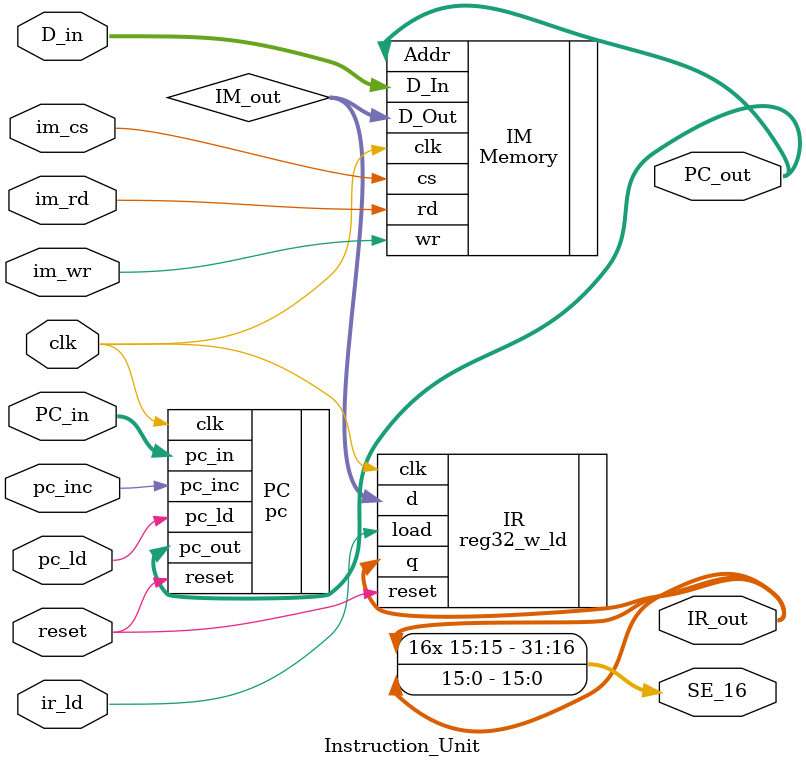
<source format=v>
`timescale 1ns / 1ps
/****************************** C E C S  4 4 0 ******************************
 * 
 * File Name:  Instruction_Unit.v
 * Project:    Lab_Assignment_5
 * Designer:   Chanartip Soonthornwan, Jonathan Shihata
 * Email:      Chanartip.Soonthornwan@gmail.com, JonnyShihata@gmail.com
 * Rev. No.:   Version 1.0
 * Rev. Date:  Current Rev. Date 10/10/2017
 *
 * Purpose:    Instruction Unit(CPU_IU) is a memory holding instructions
 *             could be accessed by an address from the Program Counter(PC),
 *             then sending the called instruction through data output(D_OUT).
 *         
 * Notes:      * For this lab im_wr is deasserted(hardwired 1'b0)
 *             ** For this lab D_in for IM is unused(hardwired 32'h0)
 *
 ****************************************************************************/
module Instruction_Unit(
   input               clk, reset,     // On-board clock and reset signal
   input     pc_ld, pc_inc, ir_ld,     // PC and IR load, and PC increment
   input     im_cs,  im_wr, im_rd,     // Instruction Memory (im)
                                       //    Chip Select, Write, and Read
   input    [31:0]    D_in, PC_in,     // Data Input, PC Input
   output   [31:0]         PC_out,     // PC Output
   output   [31:0]  IR_out, SE_16      // Instruction Output
                                       //    and Sign-Extension output
   );

   wire     [31:0]         IM_out;     // Instruction Memory Output
   
   // Program Counter(PC)
   pc PC (.clk(clk),                   // On-board clock
          .reset(reset),               // Reset
          .pc_ld(pc_ld),               // Load
          .pc_inc(pc_inc),             // Increment
          .pc_in(PC_in),               // Input
          .pc_out(PC_out)              // Output
          );
   
   // Instrcution Memory
   Memory IM (.clk(clk),               // On-board clock
              .cs(im_cs),              // Chip-select
              .wr(im_wr),              // Write Enable (*)
              .rd(im_rd),              // Read Enable
              .Addr(PC_out),           // Address from PC
              .D_In(D_in),             // Data input (**)
              .D_Out(IM_out)           // Instruction output
              );
   
   // Instruction Register
   //
   reg32_w_ld IR (.clk(clk),           // On-board clock
                  .reset(reset),       // Reset
                  .load(ir_ld),        // Load
                  .d(IM_out),          // Data input
                  .q(IR_out)           // Data output
                  );
   
   // Sign Extend 16 bits
   //    Takes 15th bit of IR_out, creates 16-bit of the 15th bit,
   //    then concatenates with lower bits of IR_out
   assign SE_16 = { {16{IR_out[15]}}, IR_out[15:0]};

endmodule

</source>
